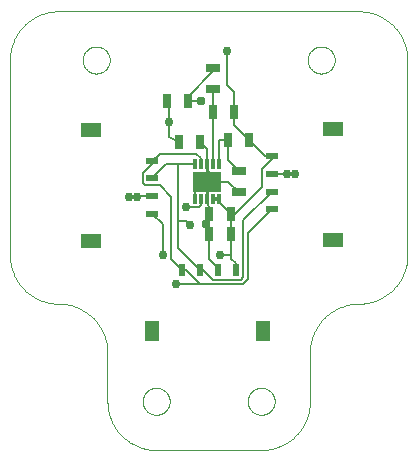
<source format=gbl>
G75*
%MOIN*%
%OFA0B0*%
%FSLAX25Y25*%
%IPPOS*%
%LPD*%
%AMOC8*
5,1,8,0,0,1.08239X$1,22.5*
%
%ADD10C,0.00000*%
%ADD11R,0.03150X0.04724*%
%ADD12R,0.04724X0.03150*%
%ADD13R,0.01200X0.03200*%
%ADD14R,0.09800X0.06900*%
%ADD15R,0.03937X0.02362*%
%ADD16R,0.07087X0.04921*%
%ADD17R,0.02362X0.03937*%
%ADD18R,0.04921X0.07087*%
%ADD19C,0.02978*%
%ADD20C,0.01200*%
%ADD21C,0.00800*%
%ADD22C,0.01000*%
%ADD23OC8,0.02978*%
D10*
X0047650Y0035150D02*
X0047645Y0035543D01*
X0047631Y0035935D01*
X0047607Y0036327D01*
X0047574Y0036718D01*
X0047532Y0037109D01*
X0047479Y0037498D01*
X0047418Y0037886D01*
X0047347Y0038272D01*
X0047267Y0038656D01*
X0047178Y0039039D01*
X0047079Y0039419D01*
X0046971Y0039797D01*
X0046855Y0040172D01*
X0046729Y0040544D01*
X0046594Y0040912D01*
X0046450Y0041278D01*
X0046298Y0041640D01*
X0046137Y0041998D01*
X0045967Y0042352D01*
X0045789Y0042702D01*
X0045602Y0043047D01*
X0045407Y0043388D01*
X0045204Y0043724D01*
X0044993Y0044055D01*
X0044773Y0044381D01*
X0044547Y0044702D01*
X0044312Y0045016D01*
X0044070Y0045326D01*
X0043820Y0045629D01*
X0043563Y0045926D01*
X0043299Y0046217D01*
X0043028Y0046501D01*
X0042751Y0046778D01*
X0042467Y0047049D01*
X0042176Y0047313D01*
X0041879Y0047570D01*
X0041576Y0047820D01*
X0041266Y0048062D01*
X0040952Y0048297D01*
X0040631Y0048523D01*
X0040305Y0048743D01*
X0039974Y0048954D01*
X0039638Y0049157D01*
X0039297Y0049352D01*
X0038952Y0049539D01*
X0038602Y0049717D01*
X0038248Y0049887D01*
X0037890Y0050048D01*
X0037528Y0050200D01*
X0037162Y0050344D01*
X0036794Y0050479D01*
X0036422Y0050605D01*
X0036047Y0050721D01*
X0035669Y0050829D01*
X0035289Y0050928D01*
X0034906Y0051017D01*
X0034522Y0051097D01*
X0034136Y0051168D01*
X0033748Y0051229D01*
X0033359Y0051282D01*
X0032968Y0051324D01*
X0032577Y0051357D01*
X0032185Y0051381D01*
X0031793Y0051395D01*
X0031400Y0051400D01*
X0031007Y0051405D01*
X0030615Y0051419D01*
X0030223Y0051443D01*
X0029832Y0051476D01*
X0029441Y0051518D01*
X0029052Y0051571D01*
X0028664Y0051632D01*
X0028278Y0051703D01*
X0027894Y0051783D01*
X0027511Y0051872D01*
X0027131Y0051971D01*
X0026753Y0052079D01*
X0026378Y0052195D01*
X0026006Y0052321D01*
X0025638Y0052456D01*
X0025272Y0052600D01*
X0024910Y0052752D01*
X0024552Y0052913D01*
X0024198Y0053083D01*
X0023848Y0053261D01*
X0023503Y0053448D01*
X0023162Y0053643D01*
X0022826Y0053846D01*
X0022495Y0054057D01*
X0022169Y0054277D01*
X0021848Y0054503D01*
X0021534Y0054738D01*
X0021224Y0054980D01*
X0020921Y0055230D01*
X0020624Y0055487D01*
X0020333Y0055751D01*
X0020049Y0056022D01*
X0019772Y0056299D01*
X0019501Y0056583D01*
X0019237Y0056874D01*
X0018980Y0057171D01*
X0018730Y0057474D01*
X0018488Y0057784D01*
X0018253Y0058098D01*
X0018027Y0058419D01*
X0017807Y0058745D01*
X0017596Y0059076D01*
X0017393Y0059412D01*
X0017198Y0059753D01*
X0017011Y0060098D01*
X0016833Y0060448D01*
X0016663Y0060802D01*
X0016502Y0061160D01*
X0016350Y0061522D01*
X0016206Y0061888D01*
X0016071Y0062256D01*
X0015945Y0062628D01*
X0015829Y0063003D01*
X0015721Y0063381D01*
X0015622Y0063761D01*
X0015533Y0064144D01*
X0015453Y0064528D01*
X0015382Y0064914D01*
X0015321Y0065302D01*
X0015268Y0065691D01*
X0015226Y0066082D01*
X0015193Y0066473D01*
X0015169Y0066865D01*
X0015155Y0067257D01*
X0015150Y0067650D01*
X0015150Y0132650D01*
X0015155Y0133043D01*
X0015169Y0133435D01*
X0015193Y0133827D01*
X0015226Y0134218D01*
X0015268Y0134609D01*
X0015321Y0134998D01*
X0015382Y0135386D01*
X0015453Y0135772D01*
X0015533Y0136156D01*
X0015622Y0136539D01*
X0015721Y0136919D01*
X0015829Y0137297D01*
X0015945Y0137672D01*
X0016071Y0138044D01*
X0016206Y0138412D01*
X0016350Y0138778D01*
X0016502Y0139140D01*
X0016663Y0139498D01*
X0016833Y0139852D01*
X0017011Y0140202D01*
X0017198Y0140547D01*
X0017393Y0140888D01*
X0017596Y0141224D01*
X0017807Y0141555D01*
X0018027Y0141881D01*
X0018253Y0142202D01*
X0018488Y0142516D01*
X0018730Y0142826D01*
X0018980Y0143129D01*
X0019237Y0143426D01*
X0019501Y0143717D01*
X0019772Y0144001D01*
X0020049Y0144278D01*
X0020333Y0144549D01*
X0020624Y0144813D01*
X0020921Y0145070D01*
X0021224Y0145320D01*
X0021534Y0145562D01*
X0021848Y0145797D01*
X0022169Y0146023D01*
X0022495Y0146243D01*
X0022826Y0146454D01*
X0023162Y0146657D01*
X0023503Y0146852D01*
X0023848Y0147039D01*
X0024198Y0147217D01*
X0024552Y0147387D01*
X0024910Y0147548D01*
X0025272Y0147700D01*
X0025638Y0147844D01*
X0026006Y0147979D01*
X0026378Y0148105D01*
X0026753Y0148221D01*
X0027131Y0148329D01*
X0027511Y0148428D01*
X0027894Y0148517D01*
X0028278Y0148597D01*
X0028664Y0148668D01*
X0029052Y0148729D01*
X0029441Y0148782D01*
X0029832Y0148824D01*
X0030223Y0148857D01*
X0030615Y0148881D01*
X0031007Y0148895D01*
X0031400Y0148900D01*
X0131400Y0148900D01*
X0131793Y0148895D01*
X0132185Y0148881D01*
X0132577Y0148857D01*
X0132968Y0148824D01*
X0133359Y0148782D01*
X0133748Y0148729D01*
X0134136Y0148668D01*
X0134522Y0148597D01*
X0134906Y0148517D01*
X0135289Y0148428D01*
X0135669Y0148329D01*
X0136047Y0148221D01*
X0136422Y0148105D01*
X0136794Y0147979D01*
X0137162Y0147844D01*
X0137528Y0147700D01*
X0137890Y0147548D01*
X0138248Y0147387D01*
X0138602Y0147217D01*
X0138952Y0147039D01*
X0139297Y0146852D01*
X0139638Y0146657D01*
X0139974Y0146454D01*
X0140305Y0146243D01*
X0140631Y0146023D01*
X0140952Y0145797D01*
X0141266Y0145562D01*
X0141576Y0145320D01*
X0141879Y0145070D01*
X0142176Y0144813D01*
X0142467Y0144549D01*
X0142751Y0144278D01*
X0143028Y0144001D01*
X0143299Y0143717D01*
X0143563Y0143426D01*
X0143820Y0143129D01*
X0144070Y0142826D01*
X0144312Y0142516D01*
X0144547Y0142202D01*
X0144773Y0141881D01*
X0144993Y0141555D01*
X0145204Y0141224D01*
X0145407Y0140888D01*
X0145602Y0140547D01*
X0145789Y0140202D01*
X0145967Y0139852D01*
X0146137Y0139498D01*
X0146298Y0139140D01*
X0146450Y0138778D01*
X0146594Y0138412D01*
X0146729Y0138044D01*
X0146855Y0137672D01*
X0146971Y0137297D01*
X0147079Y0136919D01*
X0147178Y0136539D01*
X0147267Y0136156D01*
X0147347Y0135772D01*
X0147418Y0135386D01*
X0147479Y0134998D01*
X0147532Y0134609D01*
X0147574Y0134218D01*
X0147607Y0133827D01*
X0147631Y0133435D01*
X0147645Y0133043D01*
X0147650Y0132650D01*
X0147650Y0067650D01*
X0147645Y0067257D01*
X0147631Y0066865D01*
X0147607Y0066473D01*
X0147574Y0066082D01*
X0147532Y0065691D01*
X0147479Y0065302D01*
X0147418Y0064914D01*
X0147347Y0064528D01*
X0147267Y0064144D01*
X0147178Y0063761D01*
X0147079Y0063381D01*
X0146971Y0063003D01*
X0146855Y0062628D01*
X0146729Y0062256D01*
X0146594Y0061888D01*
X0146450Y0061522D01*
X0146298Y0061160D01*
X0146137Y0060802D01*
X0145967Y0060448D01*
X0145789Y0060098D01*
X0145602Y0059753D01*
X0145407Y0059412D01*
X0145204Y0059076D01*
X0144993Y0058745D01*
X0144773Y0058419D01*
X0144547Y0058098D01*
X0144312Y0057784D01*
X0144070Y0057474D01*
X0143820Y0057171D01*
X0143563Y0056874D01*
X0143299Y0056583D01*
X0143028Y0056299D01*
X0142751Y0056022D01*
X0142467Y0055751D01*
X0142176Y0055487D01*
X0141879Y0055230D01*
X0141576Y0054980D01*
X0141266Y0054738D01*
X0140952Y0054503D01*
X0140631Y0054277D01*
X0140305Y0054057D01*
X0139974Y0053846D01*
X0139638Y0053643D01*
X0139297Y0053448D01*
X0138952Y0053261D01*
X0138602Y0053083D01*
X0138248Y0052913D01*
X0137890Y0052752D01*
X0137528Y0052600D01*
X0137162Y0052456D01*
X0136794Y0052321D01*
X0136422Y0052195D01*
X0136047Y0052079D01*
X0135669Y0051971D01*
X0135289Y0051872D01*
X0134906Y0051783D01*
X0134522Y0051703D01*
X0134136Y0051632D01*
X0133748Y0051571D01*
X0133359Y0051518D01*
X0132968Y0051476D01*
X0132577Y0051443D01*
X0132185Y0051419D01*
X0131793Y0051405D01*
X0131400Y0051400D01*
X0131007Y0051395D01*
X0130615Y0051381D01*
X0130223Y0051357D01*
X0129832Y0051324D01*
X0129441Y0051282D01*
X0129052Y0051229D01*
X0128664Y0051168D01*
X0128278Y0051097D01*
X0127894Y0051017D01*
X0127511Y0050928D01*
X0127131Y0050829D01*
X0126753Y0050721D01*
X0126378Y0050605D01*
X0126006Y0050479D01*
X0125638Y0050344D01*
X0125272Y0050200D01*
X0124910Y0050048D01*
X0124552Y0049887D01*
X0124198Y0049717D01*
X0123848Y0049539D01*
X0123503Y0049352D01*
X0123162Y0049157D01*
X0122826Y0048954D01*
X0122495Y0048743D01*
X0122169Y0048523D01*
X0121848Y0048297D01*
X0121534Y0048062D01*
X0121224Y0047820D01*
X0120921Y0047570D01*
X0120624Y0047313D01*
X0120333Y0047049D01*
X0120049Y0046778D01*
X0119772Y0046501D01*
X0119501Y0046217D01*
X0119237Y0045926D01*
X0118980Y0045629D01*
X0118730Y0045326D01*
X0118488Y0045016D01*
X0118253Y0044702D01*
X0118027Y0044381D01*
X0117807Y0044055D01*
X0117596Y0043724D01*
X0117393Y0043388D01*
X0117198Y0043047D01*
X0117011Y0042702D01*
X0116833Y0042352D01*
X0116663Y0041998D01*
X0116502Y0041640D01*
X0116350Y0041278D01*
X0116206Y0040912D01*
X0116071Y0040544D01*
X0115945Y0040172D01*
X0115829Y0039797D01*
X0115721Y0039419D01*
X0115622Y0039039D01*
X0115533Y0038656D01*
X0115453Y0038272D01*
X0115382Y0037886D01*
X0115321Y0037498D01*
X0115268Y0037109D01*
X0115226Y0036718D01*
X0115193Y0036327D01*
X0115169Y0035935D01*
X0115155Y0035543D01*
X0115150Y0035150D01*
X0115150Y0018900D01*
X0115145Y0018507D01*
X0115131Y0018115D01*
X0115107Y0017723D01*
X0115074Y0017332D01*
X0115032Y0016941D01*
X0114979Y0016552D01*
X0114918Y0016164D01*
X0114847Y0015778D01*
X0114767Y0015394D01*
X0114678Y0015011D01*
X0114579Y0014631D01*
X0114471Y0014253D01*
X0114355Y0013878D01*
X0114229Y0013506D01*
X0114094Y0013138D01*
X0113950Y0012772D01*
X0113798Y0012410D01*
X0113637Y0012052D01*
X0113467Y0011698D01*
X0113289Y0011348D01*
X0113102Y0011003D01*
X0112907Y0010662D01*
X0112704Y0010326D01*
X0112493Y0009995D01*
X0112273Y0009669D01*
X0112047Y0009348D01*
X0111812Y0009034D01*
X0111570Y0008724D01*
X0111320Y0008421D01*
X0111063Y0008124D01*
X0110799Y0007833D01*
X0110528Y0007549D01*
X0110251Y0007272D01*
X0109967Y0007001D01*
X0109676Y0006737D01*
X0109379Y0006480D01*
X0109076Y0006230D01*
X0108766Y0005988D01*
X0108452Y0005753D01*
X0108131Y0005527D01*
X0107805Y0005307D01*
X0107474Y0005096D01*
X0107138Y0004893D01*
X0106797Y0004698D01*
X0106452Y0004511D01*
X0106102Y0004333D01*
X0105748Y0004163D01*
X0105390Y0004002D01*
X0105028Y0003850D01*
X0104662Y0003706D01*
X0104294Y0003571D01*
X0103922Y0003445D01*
X0103547Y0003329D01*
X0103169Y0003221D01*
X0102789Y0003122D01*
X0102406Y0003033D01*
X0102022Y0002953D01*
X0101636Y0002882D01*
X0101248Y0002821D01*
X0100859Y0002768D01*
X0100468Y0002726D01*
X0100077Y0002693D01*
X0099685Y0002669D01*
X0099293Y0002655D01*
X0098900Y0002650D01*
X0063900Y0002650D01*
X0063507Y0002655D01*
X0063115Y0002669D01*
X0062723Y0002693D01*
X0062332Y0002726D01*
X0061941Y0002768D01*
X0061552Y0002821D01*
X0061164Y0002882D01*
X0060778Y0002953D01*
X0060394Y0003033D01*
X0060011Y0003122D01*
X0059631Y0003221D01*
X0059253Y0003329D01*
X0058878Y0003445D01*
X0058506Y0003571D01*
X0058138Y0003706D01*
X0057772Y0003850D01*
X0057410Y0004002D01*
X0057052Y0004163D01*
X0056698Y0004333D01*
X0056348Y0004511D01*
X0056003Y0004698D01*
X0055662Y0004893D01*
X0055326Y0005096D01*
X0054995Y0005307D01*
X0054669Y0005527D01*
X0054348Y0005753D01*
X0054034Y0005988D01*
X0053724Y0006230D01*
X0053421Y0006480D01*
X0053124Y0006737D01*
X0052833Y0007001D01*
X0052549Y0007272D01*
X0052272Y0007549D01*
X0052001Y0007833D01*
X0051737Y0008124D01*
X0051480Y0008421D01*
X0051230Y0008724D01*
X0050988Y0009034D01*
X0050753Y0009348D01*
X0050527Y0009669D01*
X0050307Y0009995D01*
X0050096Y0010326D01*
X0049893Y0010662D01*
X0049698Y0011003D01*
X0049511Y0011348D01*
X0049333Y0011698D01*
X0049163Y0012052D01*
X0049002Y0012410D01*
X0048850Y0012772D01*
X0048706Y0013138D01*
X0048571Y0013506D01*
X0048445Y0013878D01*
X0048329Y0014253D01*
X0048221Y0014631D01*
X0048122Y0015011D01*
X0048033Y0015394D01*
X0047953Y0015778D01*
X0047882Y0016164D01*
X0047821Y0016552D01*
X0047768Y0016941D01*
X0047726Y0017332D01*
X0047693Y0017723D01*
X0047669Y0018115D01*
X0047655Y0018507D01*
X0047650Y0018900D01*
X0047650Y0035150D01*
X0059400Y0018900D02*
X0059402Y0019034D01*
X0059408Y0019168D01*
X0059418Y0019301D01*
X0059432Y0019435D01*
X0059450Y0019568D01*
X0059472Y0019700D01*
X0059497Y0019831D01*
X0059527Y0019962D01*
X0059561Y0020092D01*
X0059598Y0020220D01*
X0059639Y0020348D01*
X0059684Y0020474D01*
X0059733Y0020599D01*
X0059785Y0020722D01*
X0059841Y0020844D01*
X0059901Y0020964D01*
X0059964Y0021082D01*
X0060031Y0021198D01*
X0060101Y0021312D01*
X0060175Y0021424D01*
X0060252Y0021534D01*
X0060332Y0021642D01*
X0060415Y0021747D01*
X0060501Y0021849D01*
X0060590Y0021949D01*
X0060683Y0022046D01*
X0060778Y0022141D01*
X0060876Y0022232D01*
X0060976Y0022321D01*
X0061079Y0022406D01*
X0061185Y0022489D01*
X0061293Y0022568D01*
X0061403Y0022644D01*
X0061516Y0022717D01*
X0061631Y0022786D01*
X0061747Y0022852D01*
X0061866Y0022914D01*
X0061986Y0022973D01*
X0062109Y0023028D01*
X0062232Y0023080D01*
X0062357Y0023127D01*
X0062484Y0023171D01*
X0062612Y0023212D01*
X0062741Y0023248D01*
X0062871Y0023281D01*
X0063002Y0023309D01*
X0063133Y0023334D01*
X0063266Y0023355D01*
X0063399Y0023372D01*
X0063532Y0023385D01*
X0063666Y0023394D01*
X0063800Y0023399D01*
X0063934Y0023400D01*
X0064067Y0023397D01*
X0064201Y0023390D01*
X0064335Y0023379D01*
X0064468Y0023364D01*
X0064601Y0023345D01*
X0064733Y0023322D01*
X0064864Y0023296D01*
X0064994Y0023265D01*
X0065124Y0023230D01*
X0065252Y0023192D01*
X0065379Y0023150D01*
X0065505Y0023104D01*
X0065630Y0023054D01*
X0065753Y0023001D01*
X0065874Y0022944D01*
X0065994Y0022883D01*
X0066111Y0022819D01*
X0066227Y0022752D01*
X0066341Y0022681D01*
X0066452Y0022606D01*
X0066561Y0022529D01*
X0066668Y0022448D01*
X0066773Y0022364D01*
X0066874Y0022277D01*
X0066974Y0022187D01*
X0067070Y0022094D01*
X0067164Y0021998D01*
X0067255Y0021899D01*
X0067342Y0021798D01*
X0067427Y0021694D01*
X0067509Y0021588D01*
X0067587Y0021480D01*
X0067662Y0021369D01*
X0067734Y0021256D01*
X0067803Y0021140D01*
X0067868Y0021023D01*
X0067929Y0020904D01*
X0067987Y0020783D01*
X0068041Y0020661D01*
X0068092Y0020537D01*
X0068139Y0020411D01*
X0068182Y0020284D01*
X0068221Y0020156D01*
X0068257Y0020027D01*
X0068288Y0019897D01*
X0068316Y0019766D01*
X0068340Y0019634D01*
X0068360Y0019501D01*
X0068376Y0019368D01*
X0068388Y0019235D01*
X0068396Y0019101D01*
X0068400Y0018967D01*
X0068400Y0018833D01*
X0068396Y0018699D01*
X0068388Y0018565D01*
X0068376Y0018432D01*
X0068360Y0018299D01*
X0068340Y0018166D01*
X0068316Y0018034D01*
X0068288Y0017903D01*
X0068257Y0017773D01*
X0068221Y0017644D01*
X0068182Y0017516D01*
X0068139Y0017389D01*
X0068092Y0017263D01*
X0068041Y0017139D01*
X0067987Y0017017D01*
X0067929Y0016896D01*
X0067868Y0016777D01*
X0067803Y0016660D01*
X0067734Y0016544D01*
X0067662Y0016431D01*
X0067587Y0016320D01*
X0067509Y0016212D01*
X0067427Y0016106D01*
X0067342Y0016002D01*
X0067255Y0015901D01*
X0067164Y0015802D01*
X0067070Y0015706D01*
X0066974Y0015613D01*
X0066874Y0015523D01*
X0066773Y0015436D01*
X0066668Y0015352D01*
X0066561Y0015271D01*
X0066452Y0015194D01*
X0066341Y0015119D01*
X0066227Y0015048D01*
X0066111Y0014981D01*
X0065994Y0014917D01*
X0065874Y0014856D01*
X0065753Y0014799D01*
X0065630Y0014746D01*
X0065505Y0014696D01*
X0065379Y0014650D01*
X0065252Y0014608D01*
X0065124Y0014570D01*
X0064994Y0014535D01*
X0064864Y0014504D01*
X0064733Y0014478D01*
X0064601Y0014455D01*
X0064468Y0014436D01*
X0064335Y0014421D01*
X0064201Y0014410D01*
X0064067Y0014403D01*
X0063934Y0014400D01*
X0063800Y0014401D01*
X0063666Y0014406D01*
X0063532Y0014415D01*
X0063399Y0014428D01*
X0063266Y0014445D01*
X0063133Y0014466D01*
X0063002Y0014491D01*
X0062871Y0014519D01*
X0062741Y0014552D01*
X0062612Y0014588D01*
X0062484Y0014629D01*
X0062357Y0014673D01*
X0062232Y0014720D01*
X0062109Y0014772D01*
X0061986Y0014827D01*
X0061866Y0014886D01*
X0061747Y0014948D01*
X0061631Y0015014D01*
X0061516Y0015083D01*
X0061403Y0015156D01*
X0061293Y0015232D01*
X0061185Y0015311D01*
X0061079Y0015394D01*
X0060976Y0015479D01*
X0060876Y0015568D01*
X0060778Y0015659D01*
X0060683Y0015754D01*
X0060590Y0015851D01*
X0060501Y0015951D01*
X0060415Y0016053D01*
X0060332Y0016158D01*
X0060252Y0016266D01*
X0060175Y0016376D01*
X0060101Y0016488D01*
X0060031Y0016602D01*
X0059964Y0016718D01*
X0059901Y0016836D01*
X0059841Y0016956D01*
X0059785Y0017078D01*
X0059733Y0017201D01*
X0059684Y0017326D01*
X0059639Y0017452D01*
X0059598Y0017580D01*
X0059561Y0017708D01*
X0059527Y0017838D01*
X0059497Y0017969D01*
X0059472Y0018100D01*
X0059450Y0018232D01*
X0059432Y0018365D01*
X0059418Y0018499D01*
X0059408Y0018632D01*
X0059402Y0018766D01*
X0059400Y0018900D01*
X0094400Y0018900D02*
X0094402Y0019034D01*
X0094408Y0019168D01*
X0094418Y0019301D01*
X0094432Y0019435D01*
X0094450Y0019568D01*
X0094472Y0019700D01*
X0094497Y0019831D01*
X0094527Y0019962D01*
X0094561Y0020092D01*
X0094598Y0020220D01*
X0094639Y0020348D01*
X0094684Y0020474D01*
X0094733Y0020599D01*
X0094785Y0020722D01*
X0094841Y0020844D01*
X0094901Y0020964D01*
X0094964Y0021082D01*
X0095031Y0021198D01*
X0095101Y0021312D01*
X0095175Y0021424D01*
X0095252Y0021534D01*
X0095332Y0021642D01*
X0095415Y0021747D01*
X0095501Y0021849D01*
X0095590Y0021949D01*
X0095683Y0022046D01*
X0095778Y0022141D01*
X0095876Y0022232D01*
X0095976Y0022321D01*
X0096079Y0022406D01*
X0096185Y0022489D01*
X0096293Y0022568D01*
X0096403Y0022644D01*
X0096516Y0022717D01*
X0096631Y0022786D01*
X0096747Y0022852D01*
X0096866Y0022914D01*
X0096986Y0022973D01*
X0097109Y0023028D01*
X0097232Y0023080D01*
X0097357Y0023127D01*
X0097484Y0023171D01*
X0097612Y0023212D01*
X0097741Y0023248D01*
X0097871Y0023281D01*
X0098002Y0023309D01*
X0098133Y0023334D01*
X0098266Y0023355D01*
X0098399Y0023372D01*
X0098532Y0023385D01*
X0098666Y0023394D01*
X0098800Y0023399D01*
X0098934Y0023400D01*
X0099067Y0023397D01*
X0099201Y0023390D01*
X0099335Y0023379D01*
X0099468Y0023364D01*
X0099601Y0023345D01*
X0099733Y0023322D01*
X0099864Y0023296D01*
X0099994Y0023265D01*
X0100124Y0023230D01*
X0100252Y0023192D01*
X0100379Y0023150D01*
X0100505Y0023104D01*
X0100630Y0023054D01*
X0100753Y0023001D01*
X0100874Y0022944D01*
X0100994Y0022883D01*
X0101111Y0022819D01*
X0101227Y0022752D01*
X0101341Y0022681D01*
X0101452Y0022606D01*
X0101561Y0022529D01*
X0101668Y0022448D01*
X0101773Y0022364D01*
X0101874Y0022277D01*
X0101974Y0022187D01*
X0102070Y0022094D01*
X0102164Y0021998D01*
X0102255Y0021899D01*
X0102342Y0021798D01*
X0102427Y0021694D01*
X0102509Y0021588D01*
X0102587Y0021480D01*
X0102662Y0021369D01*
X0102734Y0021256D01*
X0102803Y0021140D01*
X0102868Y0021023D01*
X0102929Y0020904D01*
X0102987Y0020783D01*
X0103041Y0020661D01*
X0103092Y0020537D01*
X0103139Y0020411D01*
X0103182Y0020284D01*
X0103221Y0020156D01*
X0103257Y0020027D01*
X0103288Y0019897D01*
X0103316Y0019766D01*
X0103340Y0019634D01*
X0103360Y0019501D01*
X0103376Y0019368D01*
X0103388Y0019235D01*
X0103396Y0019101D01*
X0103400Y0018967D01*
X0103400Y0018833D01*
X0103396Y0018699D01*
X0103388Y0018565D01*
X0103376Y0018432D01*
X0103360Y0018299D01*
X0103340Y0018166D01*
X0103316Y0018034D01*
X0103288Y0017903D01*
X0103257Y0017773D01*
X0103221Y0017644D01*
X0103182Y0017516D01*
X0103139Y0017389D01*
X0103092Y0017263D01*
X0103041Y0017139D01*
X0102987Y0017017D01*
X0102929Y0016896D01*
X0102868Y0016777D01*
X0102803Y0016660D01*
X0102734Y0016544D01*
X0102662Y0016431D01*
X0102587Y0016320D01*
X0102509Y0016212D01*
X0102427Y0016106D01*
X0102342Y0016002D01*
X0102255Y0015901D01*
X0102164Y0015802D01*
X0102070Y0015706D01*
X0101974Y0015613D01*
X0101874Y0015523D01*
X0101773Y0015436D01*
X0101668Y0015352D01*
X0101561Y0015271D01*
X0101452Y0015194D01*
X0101341Y0015119D01*
X0101227Y0015048D01*
X0101111Y0014981D01*
X0100994Y0014917D01*
X0100874Y0014856D01*
X0100753Y0014799D01*
X0100630Y0014746D01*
X0100505Y0014696D01*
X0100379Y0014650D01*
X0100252Y0014608D01*
X0100124Y0014570D01*
X0099994Y0014535D01*
X0099864Y0014504D01*
X0099733Y0014478D01*
X0099601Y0014455D01*
X0099468Y0014436D01*
X0099335Y0014421D01*
X0099201Y0014410D01*
X0099067Y0014403D01*
X0098934Y0014400D01*
X0098800Y0014401D01*
X0098666Y0014406D01*
X0098532Y0014415D01*
X0098399Y0014428D01*
X0098266Y0014445D01*
X0098133Y0014466D01*
X0098002Y0014491D01*
X0097871Y0014519D01*
X0097741Y0014552D01*
X0097612Y0014588D01*
X0097484Y0014629D01*
X0097357Y0014673D01*
X0097232Y0014720D01*
X0097109Y0014772D01*
X0096986Y0014827D01*
X0096866Y0014886D01*
X0096747Y0014948D01*
X0096631Y0015014D01*
X0096516Y0015083D01*
X0096403Y0015156D01*
X0096293Y0015232D01*
X0096185Y0015311D01*
X0096079Y0015394D01*
X0095976Y0015479D01*
X0095876Y0015568D01*
X0095778Y0015659D01*
X0095683Y0015754D01*
X0095590Y0015851D01*
X0095501Y0015951D01*
X0095415Y0016053D01*
X0095332Y0016158D01*
X0095252Y0016266D01*
X0095175Y0016376D01*
X0095101Y0016488D01*
X0095031Y0016602D01*
X0094964Y0016718D01*
X0094901Y0016836D01*
X0094841Y0016956D01*
X0094785Y0017078D01*
X0094733Y0017201D01*
X0094684Y0017326D01*
X0094639Y0017452D01*
X0094598Y0017580D01*
X0094561Y0017708D01*
X0094527Y0017838D01*
X0094497Y0017969D01*
X0094472Y0018100D01*
X0094450Y0018232D01*
X0094432Y0018365D01*
X0094418Y0018499D01*
X0094408Y0018632D01*
X0094402Y0018766D01*
X0094400Y0018900D01*
X0114400Y0132650D02*
X0114402Y0132784D01*
X0114408Y0132918D01*
X0114418Y0133051D01*
X0114432Y0133185D01*
X0114450Y0133318D01*
X0114472Y0133450D01*
X0114497Y0133581D01*
X0114527Y0133712D01*
X0114561Y0133842D01*
X0114598Y0133970D01*
X0114639Y0134098D01*
X0114684Y0134224D01*
X0114733Y0134349D01*
X0114785Y0134472D01*
X0114841Y0134594D01*
X0114901Y0134714D01*
X0114964Y0134832D01*
X0115031Y0134948D01*
X0115101Y0135062D01*
X0115175Y0135174D01*
X0115252Y0135284D01*
X0115332Y0135392D01*
X0115415Y0135497D01*
X0115501Y0135599D01*
X0115590Y0135699D01*
X0115683Y0135796D01*
X0115778Y0135891D01*
X0115876Y0135982D01*
X0115976Y0136071D01*
X0116079Y0136156D01*
X0116185Y0136239D01*
X0116293Y0136318D01*
X0116403Y0136394D01*
X0116516Y0136467D01*
X0116631Y0136536D01*
X0116747Y0136602D01*
X0116866Y0136664D01*
X0116986Y0136723D01*
X0117109Y0136778D01*
X0117232Y0136830D01*
X0117357Y0136877D01*
X0117484Y0136921D01*
X0117612Y0136962D01*
X0117741Y0136998D01*
X0117871Y0137031D01*
X0118002Y0137059D01*
X0118133Y0137084D01*
X0118266Y0137105D01*
X0118399Y0137122D01*
X0118532Y0137135D01*
X0118666Y0137144D01*
X0118800Y0137149D01*
X0118934Y0137150D01*
X0119067Y0137147D01*
X0119201Y0137140D01*
X0119335Y0137129D01*
X0119468Y0137114D01*
X0119601Y0137095D01*
X0119733Y0137072D01*
X0119864Y0137046D01*
X0119994Y0137015D01*
X0120124Y0136980D01*
X0120252Y0136942D01*
X0120379Y0136900D01*
X0120505Y0136854D01*
X0120630Y0136804D01*
X0120753Y0136751D01*
X0120874Y0136694D01*
X0120994Y0136633D01*
X0121111Y0136569D01*
X0121227Y0136502D01*
X0121341Y0136431D01*
X0121452Y0136356D01*
X0121561Y0136279D01*
X0121668Y0136198D01*
X0121773Y0136114D01*
X0121874Y0136027D01*
X0121974Y0135937D01*
X0122070Y0135844D01*
X0122164Y0135748D01*
X0122255Y0135649D01*
X0122342Y0135548D01*
X0122427Y0135444D01*
X0122509Y0135338D01*
X0122587Y0135230D01*
X0122662Y0135119D01*
X0122734Y0135006D01*
X0122803Y0134890D01*
X0122868Y0134773D01*
X0122929Y0134654D01*
X0122987Y0134533D01*
X0123041Y0134411D01*
X0123092Y0134287D01*
X0123139Y0134161D01*
X0123182Y0134034D01*
X0123221Y0133906D01*
X0123257Y0133777D01*
X0123288Y0133647D01*
X0123316Y0133516D01*
X0123340Y0133384D01*
X0123360Y0133251D01*
X0123376Y0133118D01*
X0123388Y0132985D01*
X0123396Y0132851D01*
X0123400Y0132717D01*
X0123400Y0132583D01*
X0123396Y0132449D01*
X0123388Y0132315D01*
X0123376Y0132182D01*
X0123360Y0132049D01*
X0123340Y0131916D01*
X0123316Y0131784D01*
X0123288Y0131653D01*
X0123257Y0131523D01*
X0123221Y0131394D01*
X0123182Y0131266D01*
X0123139Y0131139D01*
X0123092Y0131013D01*
X0123041Y0130889D01*
X0122987Y0130767D01*
X0122929Y0130646D01*
X0122868Y0130527D01*
X0122803Y0130410D01*
X0122734Y0130294D01*
X0122662Y0130181D01*
X0122587Y0130070D01*
X0122509Y0129962D01*
X0122427Y0129856D01*
X0122342Y0129752D01*
X0122255Y0129651D01*
X0122164Y0129552D01*
X0122070Y0129456D01*
X0121974Y0129363D01*
X0121874Y0129273D01*
X0121773Y0129186D01*
X0121668Y0129102D01*
X0121561Y0129021D01*
X0121452Y0128944D01*
X0121341Y0128869D01*
X0121227Y0128798D01*
X0121111Y0128731D01*
X0120994Y0128667D01*
X0120874Y0128606D01*
X0120753Y0128549D01*
X0120630Y0128496D01*
X0120505Y0128446D01*
X0120379Y0128400D01*
X0120252Y0128358D01*
X0120124Y0128320D01*
X0119994Y0128285D01*
X0119864Y0128254D01*
X0119733Y0128228D01*
X0119601Y0128205D01*
X0119468Y0128186D01*
X0119335Y0128171D01*
X0119201Y0128160D01*
X0119067Y0128153D01*
X0118934Y0128150D01*
X0118800Y0128151D01*
X0118666Y0128156D01*
X0118532Y0128165D01*
X0118399Y0128178D01*
X0118266Y0128195D01*
X0118133Y0128216D01*
X0118002Y0128241D01*
X0117871Y0128269D01*
X0117741Y0128302D01*
X0117612Y0128338D01*
X0117484Y0128379D01*
X0117357Y0128423D01*
X0117232Y0128470D01*
X0117109Y0128522D01*
X0116986Y0128577D01*
X0116866Y0128636D01*
X0116747Y0128698D01*
X0116631Y0128764D01*
X0116516Y0128833D01*
X0116403Y0128906D01*
X0116293Y0128982D01*
X0116185Y0129061D01*
X0116079Y0129144D01*
X0115976Y0129229D01*
X0115876Y0129318D01*
X0115778Y0129409D01*
X0115683Y0129504D01*
X0115590Y0129601D01*
X0115501Y0129701D01*
X0115415Y0129803D01*
X0115332Y0129908D01*
X0115252Y0130016D01*
X0115175Y0130126D01*
X0115101Y0130238D01*
X0115031Y0130352D01*
X0114964Y0130468D01*
X0114901Y0130586D01*
X0114841Y0130706D01*
X0114785Y0130828D01*
X0114733Y0130951D01*
X0114684Y0131076D01*
X0114639Y0131202D01*
X0114598Y0131330D01*
X0114561Y0131458D01*
X0114527Y0131588D01*
X0114497Y0131719D01*
X0114472Y0131850D01*
X0114450Y0131982D01*
X0114432Y0132115D01*
X0114418Y0132249D01*
X0114408Y0132382D01*
X0114402Y0132516D01*
X0114400Y0132650D01*
X0039400Y0132650D02*
X0039402Y0132784D01*
X0039408Y0132918D01*
X0039418Y0133051D01*
X0039432Y0133185D01*
X0039450Y0133318D01*
X0039472Y0133450D01*
X0039497Y0133581D01*
X0039527Y0133712D01*
X0039561Y0133842D01*
X0039598Y0133970D01*
X0039639Y0134098D01*
X0039684Y0134224D01*
X0039733Y0134349D01*
X0039785Y0134472D01*
X0039841Y0134594D01*
X0039901Y0134714D01*
X0039964Y0134832D01*
X0040031Y0134948D01*
X0040101Y0135062D01*
X0040175Y0135174D01*
X0040252Y0135284D01*
X0040332Y0135392D01*
X0040415Y0135497D01*
X0040501Y0135599D01*
X0040590Y0135699D01*
X0040683Y0135796D01*
X0040778Y0135891D01*
X0040876Y0135982D01*
X0040976Y0136071D01*
X0041079Y0136156D01*
X0041185Y0136239D01*
X0041293Y0136318D01*
X0041403Y0136394D01*
X0041516Y0136467D01*
X0041631Y0136536D01*
X0041747Y0136602D01*
X0041866Y0136664D01*
X0041986Y0136723D01*
X0042109Y0136778D01*
X0042232Y0136830D01*
X0042357Y0136877D01*
X0042484Y0136921D01*
X0042612Y0136962D01*
X0042741Y0136998D01*
X0042871Y0137031D01*
X0043002Y0137059D01*
X0043133Y0137084D01*
X0043266Y0137105D01*
X0043399Y0137122D01*
X0043532Y0137135D01*
X0043666Y0137144D01*
X0043800Y0137149D01*
X0043934Y0137150D01*
X0044067Y0137147D01*
X0044201Y0137140D01*
X0044335Y0137129D01*
X0044468Y0137114D01*
X0044601Y0137095D01*
X0044733Y0137072D01*
X0044864Y0137046D01*
X0044994Y0137015D01*
X0045124Y0136980D01*
X0045252Y0136942D01*
X0045379Y0136900D01*
X0045505Y0136854D01*
X0045630Y0136804D01*
X0045753Y0136751D01*
X0045874Y0136694D01*
X0045994Y0136633D01*
X0046111Y0136569D01*
X0046227Y0136502D01*
X0046341Y0136431D01*
X0046452Y0136356D01*
X0046561Y0136279D01*
X0046668Y0136198D01*
X0046773Y0136114D01*
X0046874Y0136027D01*
X0046974Y0135937D01*
X0047070Y0135844D01*
X0047164Y0135748D01*
X0047255Y0135649D01*
X0047342Y0135548D01*
X0047427Y0135444D01*
X0047509Y0135338D01*
X0047587Y0135230D01*
X0047662Y0135119D01*
X0047734Y0135006D01*
X0047803Y0134890D01*
X0047868Y0134773D01*
X0047929Y0134654D01*
X0047987Y0134533D01*
X0048041Y0134411D01*
X0048092Y0134287D01*
X0048139Y0134161D01*
X0048182Y0134034D01*
X0048221Y0133906D01*
X0048257Y0133777D01*
X0048288Y0133647D01*
X0048316Y0133516D01*
X0048340Y0133384D01*
X0048360Y0133251D01*
X0048376Y0133118D01*
X0048388Y0132985D01*
X0048396Y0132851D01*
X0048400Y0132717D01*
X0048400Y0132583D01*
X0048396Y0132449D01*
X0048388Y0132315D01*
X0048376Y0132182D01*
X0048360Y0132049D01*
X0048340Y0131916D01*
X0048316Y0131784D01*
X0048288Y0131653D01*
X0048257Y0131523D01*
X0048221Y0131394D01*
X0048182Y0131266D01*
X0048139Y0131139D01*
X0048092Y0131013D01*
X0048041Y0130889D01*
X0047987Y0130767D01*
X0047929Y0130646D01*
X0047868Y0130527D01*
X0047803Y0130410D01*
X0047734Y0130294D01*
X0047662Y0130181D01*
X0047587Y0130070D01*
X0047509Y0129962D01*
X0047427Y0129856D01*
X0047342Y0129752D01*
X0047255Y0129651D01*
X0047164Y0129552D01*
X0047070Y0129456D01*
X0046974Y0129363D01*
X0046874Y0129273D01*
X0046773Y0129186D01*
X0046668Y0129102D01*
X0046561Y0129021D01*
X0046452Y0128944D01*
X0046341Y0128869D01*
X0046227Y0128798D01*
X0046111Y0128731D01*
X0045994Y0128667D01*
X0045874Y0128606D01*
X0045753Y0128549D01*
X0045630Y0128496D01*
X0045505Y0128446D01*
X0045379Y0128400D01*
X0045252Y0128358D01*
X0045124Y0128320D01*
X0044994Y0128285D01*
X0044864Y0128254D01*
X0044733Y0128228D01*
X0044601Y0128205D01*
X0044468Y0128186D01*
X0044335Y0128171D01*
X0044201Y0128160D01*
X0044067Y0128153D01*
X0043934Y0128150D01*
X0043800Y0128151D01*
X0043666Y0128156D01*
X0043532Y0128165D01*
X0043399Y0128178D01*
X0043266Y0128195D01*
X0043133Y0128216D01*
X0043002Y0128241D01*
X0042871Y0128269D01*
X0042741Y0128302D01*
X0042612Y0128338D01*
X0042484Y0128379D01*
X0042357Y0128423D01*
X0042232Y0128470D01*
X0042109Y0128522D01*
X0041986Y0128577D01*
X0041866Y0128636D01*
X0041747Y0128698D01*
X0041631Y0128764D01*
X0041516Y0128833D01*
X0041403Y0128906D01*
X0041293Y0128982D01*
X0041185Y0129061D01*
X0041079Y0129144D01*
X0040976Y0129229D01*
X0040876Y0129318D01*
X0040778Y0129409D01*
X0040683Y0129504D01*
X0040590Y0129601D01*
X0040501Y0129701D01*
X0040415Y0129803D01*
X0040332Y0129908D01*
X0040252Y0130016D01*
X0040175Y0130126D01*
X0040101Y0130238D01*
X0040031Y0130352D01*
X0039964Y0130468D01*
X0039901Y0130586D01*
X0039841Y0130706D01*
X0039785Y0130828D01*
X0039733Y0130951D01*
X0039684Y0131076D01*
X0039639Y0131202D01*
X0039598Y0131330D01*
X0039561Y0131458D01*
X0039527Y0131588D01*
X0039497Y0131719D01*
X0039472Y0131850D01*
X0039450Y0131982D01*
X0039432Y0132115D01*
X0039418Y0132249D01*
X0039408Y0132382D01*
X0039402Y0132516D01*
X0039400Y0132650D01*
D11*
X0067357Y0118900D03*
X0074443Y0118900D03*
X0082857Y0115400D03*
X0089943Y0115400D03*
X0087857Y0105900D03*
X0094943Y0105900D03*
X0078493Y0105250D03*
X0071407Y0105250D03*
X0081607Y0081400D03*
X0088693Y0081400D03*
X0088693Y0074650D03*
X0081607Y0074650D03*
D12*
X0091400Y0088607D03*
X0091400Y0095693D03*
X0082900Y0122857D03*
X0082900Y0129943D03*
D13*
X0082869Y0097850D03*
X0084837Y0097850D03*
X0080900Y0097850D03*
X0078931Y0097850D03*
X0076963Y0097850D03*
X0076963Y0086450D03*
X0078931Y0086450D03*
X0080900Y0086450D03*
X0082869Y0086450D03*
X0084837Y0086450D03*
D14*
X0080900Y0092150D03*
D15*
X0062650Y0093244D03*
X0062650Y0087339D03*
X0062650Y0081433D03*
X0062650Y0099150D03*
X0102400Y0100617D03*
X0102400Y0094711D03*
X0102400Y0088806D03*
X0102400Y0082900D03*
D16*
X0122872Y0072644D03*
X0122872Y0109691D03*
X0042178Y0109406D03*
X0042178Y0072359D03*
D17*
X0072650Y0062650D03*
X0078556Y0062650D03*
X0084461Y0062650D03*
X0090367Y0062650D03*
D18*
X0099441Y0042178D03*
X0062394Y0042178D03*
D19*
X0070400Y0058150D03*
X0066204Y0067650D03*
X0075150Y0077650D03*
X0073900Y0083650D03*
X0057400Y0087150D03*
X0054900Y0087150D03*
X0068300Y0111900D03*
X0087600Y0135800D03*
X0107650Y0094650D03*
X0110150Y0094650D03*
X0085150Y0067650D03*
D20*
X0084837Y0086450D02*
X0082869Y0086450D01*
D21*
X0084837Y0086450D02*
X0084837Y0085256D01*
X0088693Y0081400D01*
X0090138Y0081400D01*
X0099224Y0090487D01*
X0099224Y0096392D01*
X0102400Y0099568D01*
X0102400Y0100617D01*
X0100227Y0100617D01*
X0094943Y0105900D01*
X0089943Y0110900D01*
X0089943Y0115400D01*
X0089943Y0121857D01*
X0087600Y0124200D01*
X0087600Y0135800D01*
X0082900Y0129943D02*
X0082900Y0128900D01*
X0074443Y0120443D01*
X0074443Y0118900D01*
X0078900Y0118900D01*
X0082857Y0115400D02*
X0082857Y0122813D01*
X0082900Y0122857D01*
X0082857Y0115400D02*
X0082900Y0111443D01*
X0082900Y0097881D01*
X0084837Y0097850D02*
X0084837Y0105900D01*
X0087857Y0105900D01*
X0087857Y0099237D01*
X0091400Y0095693D01*
X0087857Y0092150D02*
X0080900Y0092150D01*
X0082400Y0093650D01*
X0082900Y0093650D01*
X0081769Y0093019D02*
X0081769Y0095043D01*
X0084964Y0095043D01*
X0081769Y0095043D02*
X0081061Y0095750D01*
X0080900Y0097850D02*
X0080900Y0102843D01*
X0078493Y0105250D01*
X0077320Y0101400D02*
X0065150Y0101400D01*
X0062650Y0098900D01*
X0062650Y0098101D01*
X0059474Y0094926D01*
X0059474Y0091563D01*
X0060181Y0090856D01*
X0065194Y0090856D01*
X0068900Y0087150D01*
X0068900Y0066400D01*
X0072650Y0062650D01*
X0073699Y0062650D01*
X0078481Y0057867D01*
X0070683Y0057867D01*
X0070400Y0058150D01*
X0078481Y0057867D02*
X0092713Y0057867D01*
X0094362Y0059516D01*
X0094362Y0074862D01*
X0102400Y0082900D01*
X0102400Y0088806D02*
X0092755Y0079160D01*
X0092755Y0060181D01*
X0092048Y0059474D01*
X0082780Y0059474D01*
X0079604Y0062650D01*
X0078556Y0062650D01*
X0071204Y0070002D01*
X0071204Y0078900D01*
X0073900Y0078900D01*
X0075150Y0077650D01*
X0071204Y0078900D02*
X0071204Y0097546D01*
X0070900Y0097850D01*
X0076963Y0097850D01*
X0078770Y0098011D02*
X0078770Y0099950D01*
X0077320Y0101400D01*
X0078770Y0098011D02*
X0078931Y0097850D01*
X0081769Y0093019D02*
X0080900Y0092150D01*
X0080508Y0091758D01*
X0080900Y0092150D02*
X0077400Y0092150D01*
X0076963Y0091713D01*
X0076963Y0086450D01*
X0078770Y0086289D02*
X0078770Y0084350D01*
X0078063Y0083643D01*
X0075863Y0083643D01*
X0075856Y0083650D01*
X0073900Y0083650D01*
X0078770Y0086289D02*
X0078931Y0086450D01*
X0080900Y0086450D02*
X0081061Y0086289D01*
X0081061Y0084350D01*
X0081607Y0083805D01*
X0081607Y0081400D01*
X0081607Y0074650D01*
X0081400Y0074443D01*
X0081400Y0066400D01*
X0084461Y0063339D01*
X0084461Y0062650D01*
X0088900Y0066400D02*
X0088900Y0067650D01*
X0085150Y0067650D01*
X0088900Y0067650D02*
X0088900Y0074943D01*
X0088693Y0075150D01*
X0088693Y0081400D01*
X0088693Y0075150D02*
X0088693Y0074650D01*
X0088900Y0066400D02*
X0090367Y0064933D01*
X0090367Y0062650D01*
X0066204Y0067650D02*
X0066204Y0077880D01*
X0062650Y0081433D01*
X0062650Y0087339D02*
X0057589Y0087339D01*
X0055089Y0087339D01*
X0054900Y0087150D01*
X0057400Y0087150D02*
X0057589Y0087339D01*
X0062650Y0093244D02*
X0067256Y0097850D01*
X0070900Y0097850D01*
X0071407Y0105250D02*
X0068300Y0106946D01*
X0068300Y0111900D01*
X0068300Y0117957D01*
X0067357Y0118900D01*
X0062650Y0099150D02*
X0062650Y0098900D01*
X0087857Y0092150D02*
X0091400Y0088607D01*
X0102400Y0094711D02*
X0106339Y0094711D01*
X0107650Y0094650D01*
X0110150Y0094650D01*
D22*
X0082900Y0097881D02*
X0082869Y0097850D01*
X0080900Y0097850D02*
X0080900Y0092150D01*
X0080508Y0091758D02*
X0080900Y0091367D01*
X0080900Y0086450D01*
D23*
X0078900Y0090650D03*
X0078900Y0093650D03*
X0082900Y0093650D03*
X0082900Y0090650D03*
X0080400Y0078150D03*
X0078900Y0118900D03*
M02*

</source>
